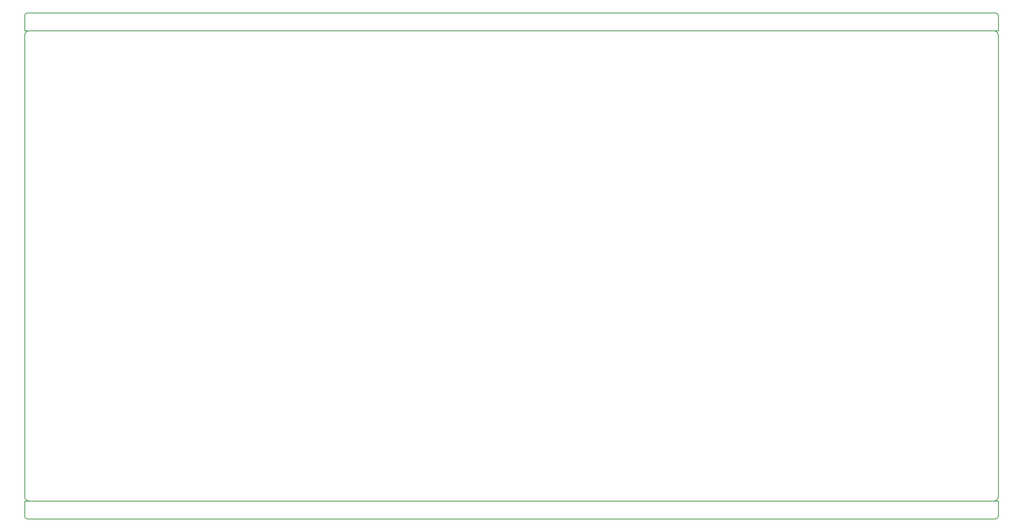
<source format=gko>
G04 Layer: BoardOutlineLayer*
G04 EasyEDA Pro v2.2.36.7, 2025-02-27 19:51:26*
G04 Gerber Generator version 0.3*
G04 Scale: 100 percent, Rotated: No, Reflected: No*
G04 Dimensions in millimeters*
G04 Leading zeros omitted, absolute positions, 4 integers and 5 decimals*
G04 Panelize: V-CUT, Column: 1, Row: 1, Board Size: 327.343mm x 158.09mm, Panelized Board Size: 327.343mm x 170.091mm, Panelized Method: Only Board Outline*
%FSLAX45Y45*%
%MOMM*%
%ADD10C,0.254*%
G75*


G04 Panelize Start*
G54D10*
G01X-639219Y-580729D02*
G01X32094945Y-580729D01*
G01X-639219Y15228341D02*
G01X32094945Y15228341D01*
G01X-639219Y-580729D02*
G01X-639219Y-1080729D01*
G01X-639219Y15228341D02*
G01X-639219Y15728341D01*
G01X32094945Y-580729D02*
G01X32094945Y-1080729D01*
G01X32094945Y15228341D02*
G01X32094945Y15728341D01*
G01X-639219Y-1080729D02*
G03X-539219Y-1180729I100000J0D01*
G01X-539219Y15828341D02*
G03X-639219Y15728341I0J-100000D01*
G01X31994945Y-1180729D02*
G03X32094945Y-1080729I0J100000D01*
G01X32094945Y15728341D02*
G03X31994945Y15828341I-100000J0D01*
G01X-539219Y-1180729D02*
G01X15727863Y-1180729D01*
G01X-539219Y15828341D02*
G01X15727863Y15828341D01*
G01X31994945Y-1180729D02*
G01X15727863Y-1180729D01*
G01X31994945Y15828341D02*
G01X15727863Y15828341D01*
G04 Panelize End*

G04 PolygonModel Start*
G01X31945199Y15228595D02*
G01X-489473Y15228595D01*
G03X-639472Y15078596I0J-150000D01*
G01X-639473Y-430984D01*
G03X-489473Y-580983I150000J0D01*
G01X31945199Y-580983D01*
G03X32095199Y-430984I0J150000D01*
G01X32095199Y15078596D01*
G03X31945199Y15228595I-150000J0D01*

M02*


</source>
